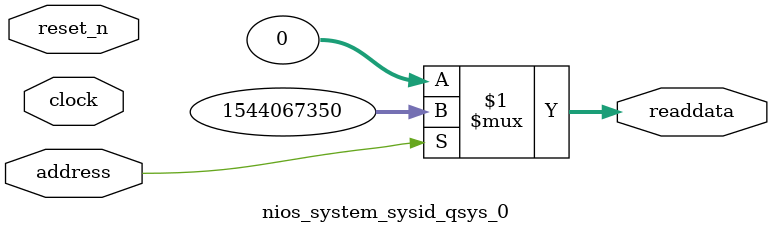
<source format=v>



// synthesis translate_off
`timescale 1ns / 1ps
// synthesis translate_on

// turn off superfluous verilog processor warnings 
// altera message_level Level1 
// altera message_off 10034 10035 10036 10037 10230 10240 10030 

module nios_system_sysid_qsys_0 (
               // inputs:
                address,
                clock,
                reset_n,

               // outputs:
                readdata
             )
;

  output  [ 31: 0] readdata;
  input            address;
  input            clock;
  input            reset_n;

  wire    [ 31: 0] readdata;
  //control_slave, which is an e_avalon_slave
  assign readdata = address ? 1544067350 : 0;

endmodule



</source>
